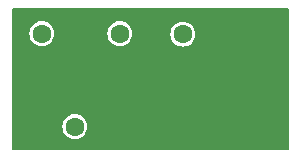
<source format=gbr>
%TF.GenerationSoftware,KiCad,Pcbnew,7.0.7*%
%TF.CreationDate,2023-11-19T15:45:15+03:00*%
%TF.ProjectId,Main_PCB_002,4d61696e-5f50-4434-925f-3030322e6b69,rev?*%
%TF.SameCoordinates,Original*%
%TF.FileFunction,Copper,L2,Bot*%
%TF.FilePolarity,Positive*%
%FSLAX46Y46*%
G04 Gerber Fmt 4.6, Leading zero omitted, Abs format (unit mm)*
G04 Created by KiCad (PCBNEW 7.0.7) date 2023-11-19 15:45:15*
%MOMM*%
%LPD*%
G01*
G04 APERTURE LIST*
%TA.AperFunction,ComponentPad*%
%ADD10C,1.600000*%
%TD*%
%TA.AperFunction,ViaPad*%
%ADD11C,0.800000*%
%TD*%
G04 APERTURE END LIST*
D10*
%TO.P,D4,1,Conn*%
%TO.N,Net-(D4-Conn)*%
X107950000Y-87884000D03*
%TD*%
%TO.P,D1,1,Conn*%
%TO.N,Net-(D1-Conn)*%
X123547500Y-95806250D03*
%TD*%
%TO.P,D5,1,Conn*%
%TO.N,Net-(D5-Conn)*%
X119888000Y-87932250D03*
%TD*%
%TO.P,D2,1,Conn*%
%TO.N,Net-(D2-Conn)*%
X110744000Y-95758000D03*
%TD*%
%TO.P,D3,1,Conn*%
%TO.N,Net-(D3-Conn)*%
X114554000Y-87884000D03*
%TD*%
D11*
%TO.N,Net-(D1-Conn)*%
X125095000Y-89535000D03*
X121330883Y-96203500D03*
X112952376Y-90170674D03*
X114935000Y-94615000D03*
X112688679Y-96021180D03*
X106045000Y-89535000D03*
X124419000Y-92710000D03*
X120851364Y-91853966D03*
X116205000Y-89535000D03*
%TD*%
%TA.AperFunction,Conductor*%
%TO.N,Net-(D1-Conn)*%
G36*
X128837539Y-85755185D02*
G01*
X128883294Y-85807989D01*
X128894500Y-85859500D01*
X128894500Y-97655500D01*
X128874815Y-97722539D01*
X128822011Y-97768294D01*
X128770500Y-97779500D01*
X105544500Y-97779500D01*
X105477461Y-97759815D01*
X105431706Y-97707011D01*
X105420500Y-97655500D01*
X105420500Y-95758000D01*
X109688417Y-95758000D01*
X109708699Y-95963932D01*
X109708700Y-95963934D01*
X109768768Y-96161954D01*
X109866315Y-96344450D01*
X109866317Y-96344452D01*
X109997589Y-96504410D01*
X110094209Y-96583702D01*
X110157550Y-96635685D01*
X110340046Y-96733232D01*
X110538066Y-96793300D01*
X110538065Y-96793300D01*
X110558347Y-96795297D01*
X110744000Y-96813583D01*
X110949934Y-96793300D01*
X111147954Y-96733232D01*
X111330450Y-96635685D01*
X111490410Y-96504410D01*
X111621685Y-96344450D01*
X111719232Y-96161954D01*
X111779300Y-95963934D01*
X111799583Y-95758000D01*
X111779300Y-95552066D01*
X111719232Y-95354046D01*
X111621685Y-95171550D01*
X111569702Y-95108209D01*
X111490410Y-95011589D01*
X111330452Y-94880317D01*
X111330453Y-94880317D01*
X111330450Y-94880315D01*
X111147954Y-94782768D01*
X110949934Y-94722700D01*
X110949932Y-94722699D01*
X110949934Y-94722699D01*
X110744000Y-94702417D01*
X110538067Y-94722699D01*
X110340043Y-94782769D01*
X110229897Y-94841643D01*
X110157550Y-94880315D01*
X110157548Y-94880316D01*
X110157547Y-94880317D01*
X109997589Y-95011589D01*
X109866317Y-95171547D01*
X109768769Y-95354043D01*
X109708699Y-95552067D01*
X109688417Y-95758000D01*
X105420500Y-95758000D01*
X105420500Y-87884000D01*
X106894417Y-87884000D01*
X106914699Y-88089932D01*
X106929336Y-88138184D01*
X106974768Y-88287954D01*
X107072315Y-88470450D01*
X107072317Y-88470452D01*
X107203589Y-88630410D01*
X107262383Y-88678660D01*
X107363550Y-88761685D01*
X107546046Y-88859232D01*
X107744066Y-88919300D01*
X107744065Y-88919300D01*
X107764348Y-88921297D01*
X107950000Y-88939583D01*
X108155934Y-88919300D01*
X108353954Y-88859232D01*
X108536450Y-88761685D01*
X108696410Y-88630410D01*
X108827685Y-88470450D01*
X108925232Y-88287954D01*
X108985300Y-88089934D01*
X109005583Y-87884000D01*
X113498417Y-87884000D01*
X113518699Y-88089932D01*
X113533336Y-88138184D01*
X113578768Y-88287954D01*
X113676315Y-88470450D01*
X113676317Y-88470452D01*
X113807589Y-88630410D01*
X113866383Y-88678660D01*
X113967550Y-88761685D01*
X114150046Y-88859232D01*
X114348066Y-88919300D01*
X114348065Y-88919300D01*
X114368347Y-88921297D01*
X114554000Y-88939583D01*
X114759934Y-88919300D01*
X114957954Y-88859232D01*
X115140450Y-88761685D01*
X115300410Y-88630410D01*
X115431685Y-88470450D01*
X115529232Y-88287954D01*
X115589300Y-88089934D01*
X115604831Y-87932250D01*
X118832417Y-87932250D01*
X118852699Y-88138182D01*
X118852700Y-88138184D01*
X118912768Y-88336204D01*
X119010315Y-88518700D01*
X119010317Y-88518702D01*
X119141589Y-88678660D01*
X119238209Y-88757952D01*
X119301550Y-88809935D01*
X119484046Y-88907482D01*
X119682066Y-88967550D01*
X119682065Y-88967550D01*
X119700529Y-88969368D01*
X119888000Y-88987833D01*
X120093934Y-88967550D01*
X120291954Y-88907482D01*
X120474450Y-88809935D01*
X120634410Y-88678660D01*
X120765685Y-88518700D01*
X120863232Y-88336204D01*
X120923300Y-88138184D01*
X120943583Y-87932250D01*
X120923300Y-87726316D01*
X120863232Y-87528296D01*
X120765685Y-87345800D01*
X120713702Y-87282459D01*
X120634410Y-87185839D01*
X120474452Y-87054567D01*
X120474453Y-87054567D01*
X120474450Y-87054565D01*
X120291954Y-86957018D01*
X120093934Y-86896950D01*
X120093932Y-86896949D01*
X120093934Y-86896949D01*
X119906463Y-86878485D01*
X119888000Y-86876667D01*
X119887999Y-86876667D01*
X119682067Y-86896949D01*
X119484043Y-86957019D01*
X119391815Y-87006317D01*
X119301550Y-87054565D01*
X119301548Y-87054566D01*
X119301547Y-87054567D01*
X119141589Y-87185839D01*
X119010317Y-87345797D01*
X118912769Y-87528293D01*
X118852699Y-87726317D01*
X118832417Y-87932250D01*
X115604831Y-87932250D01*
X115609583Y-87884000D01*
X115589300Y-87678066D01*
X115529232Y-87480046D01*
X115431685Y-87297550D01*
X115340007Y-87185839D01*
X115300410Y-87137589D01*
X115140452Y-87006317D01*
X115140453Y-87006317D01*
X115140450Y-87006315D01*
X114957954Y-86908768D01*
X114759934Y-86848700D01*
X114759932Y-86848699D01*
X114759934Y-86848699D01*
X114554000Y-86828417D01*
X114348067Y-86848699D01*
X114150043Y-86908769D01*
X114039898Y-86967643D01*
X113967550Y-87006315D01*
X113967548Y-87006316D01*
X113967547Y-87006317D01*
X113807589Y-87137589D01*
X113676317Y-87297547D01*
X113578769Y-87480043D01*
X113518699Y-87678067D01*
X113498417Y-87884000D01*
X109005583Y-87884000D01*
X108985300Y-87678066D01*
X108925232Y-87480046D01*
X108827685Y-87297550D01*
X108736007Y-87185839D01*
X108696410Y-87137589D01*
X108536452Y-87006317D01*
X108536453Y-87006317D01*
X108536450Y-87006315D01*
X108353954Y-86908768D01*
X108155934Y-86848700D01*
X108155932Y-86848699D01*
X108155934Y-86848699D01*
X107950000Y-86828417D01*
X107744067Y-86848699D01*
X107546043Y-86908769D01*
X107435898Y-86967643D01*
X107363550Y-87006315D01*
X107363548Y-87006316D01*
X107363547Y-87006317D01*
X107203589Y-87137589D01*
X107072317Y-87297547D01*
X106974769Y-87480043D01*
X106914699Y-87678067D01*
X106894417Y-87884000D01*
X105420500Y-87884000D01*
X105420500Y-85859500D01*
X105440185Y-85792461D01*
X105492989Y-85746706D01*
X105544500Y-85735500D01*
X128770500Y-85735500D01*
X128837539Y-85755185D01*
G37*
%TD.AperFunction*%
%TD*%
M02*

</source>
